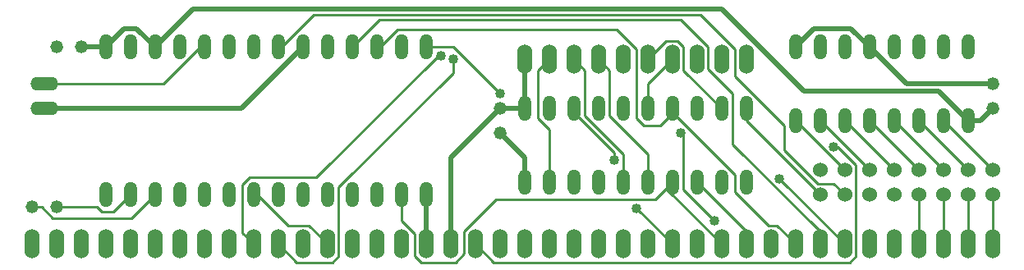
<source format=gbr>
%TF.GenerationSoftware,KiCad,Pcbnew,5.1.6*%
%TF.CreationDate,2020-10-23T20:35:41+02:00*%
%TF.ProjectId,RC2014 Real-Time Clock and IO,52433230-3134-4205-9265-616c2d54696d,rev?*%
%TF.SameCoordinates,Original*%
%TF.FileFunction,Copper,L1,Top*%
%TF.FilePolarity,Positive*%
%FSLAX46Y46*%
G04 Gerber Fmt 4.6, Leading zero omitted, Abs format (unit mm)*
G04 Created by KiCad (PCBNEW 5.1.6) date 2020-10-23 20:35:41*
%MOMM*%
%LPD*%
G01*
G04 APERTURE LIST*
%TA.AperFunction,ComponentPad*%
%ADD10O,1.320800X2.641600*%
%TD*%
%TA.AperFunction,ComponentPad*%
%ADD11C,1.320800*%
%TD*%
%TA.AperFunction,ComponentPad*%
%ADD12C,1.524000*%
%TD*%
%TA.AperFunction,ComponentPad*%
%ADD13O,1.524000X3.048000*%
%TD*%
%TA.AperFunction,ComponentPad*%
%ADD14O,2.844800X1.422400*%
%TD*%
%TA.AperFunction,ViaPad*%
%ADD15C,1.016000*%
%TD*%
%TA.AperFunction,Conductor*%
%ADD16C,0.508000*%
%TD*%
%TA.AperFunction,Conductor*%
%ADD17C,0.254000*%
%TD*%
G04 APERTURE END LIST*
D10*
%TO.P,IC1,16*%
%TO.N,+5V*%
X195021100Y-103728600D03*
%TO.P,IC1,15*%
%TO.N,N$22*%
X192481100Y-103728600D03*
%TO.P,IC1,14*%
%TO.N,N$23*%
X189941100Y-103728600D03*
%TO.P,IC1,13*%
%TO.N,N$24*%
X187401100Y-103728600D03*
%TO.P,IC1,12*%
%TO.N,N$25*%
X184861100Y-103728600D03*
%TO.P,IC1,11*%
%TO.N,N$26*%
X182321100Y-103728600D03*
%TO.P,IC1,10*%
%TO.N,N$27*%
X179781100Y-103728600D03*
%TO.P,IC1,9*%
%TO.N,N$28*%
X177241100Y-103728600D03*
%TO.P,IC1,5*%
%TO.N,GND*%
X184861100Y-96108600D03*
%TO.P,IC1,6*%
%TO.N,N$33*%
X182321100Y-96108600D03*
%TO.P,IC1,4*%
%TO.N,N$19*%
X187401100Y-96108600D03*
%TO.P,IC1,3*%
%TO.N,A7*%
X189941100Y-96108600D03*
%TO.P,IC1,8*%
%TO.N,GND*%
X177241100Y-96108600D03*
%TO.P,IC1,7*%
%TO.N,N$29*%
X179781100Y-96108600D03*
%TO.P,IC1,2*%
%TO.N,A6*%
X192481100Y-96108600D03*
%TO.P,IC1,1*%
%TO.N,A5*%
X195021100Y-96108600D03*
%TD*%
D11*
%TO.P,Q1,2*%
%TO.N,N$30*%
X101041100Y-112618600D03*
%TO.P,Q1,1*%
%TO.N,N$31*%
X98501100Y-112618600D03*
%TD*%
D12*
%TO.P,SV1,16*%
%TO.N,N$22*%
X197561100Y-108808600D03*
%TO.P,SV1,14*%
%TO.N,N$23*%
X195021100Y-108808600D03*
%TO.P,SV1,15*%
%TO.N,N$20*%
X197561100Y-111348600D03*
%TO.P,SV1,13*%
%TO.N,N$12*%
X195021100Y-111348600D03*
%TO.P,SV1,12*%
%TO.N,N$24*%
X192481100Y-108808600D03*
%TO.P,SV1,10*%
%TO.N,N$25*%
X189941100Y-108808600D03*
%TO.P,SV1,8*%
%TO.N,N$26*%
X187401100Y-108808600D03*
%TO.P,SV1,6*%
%TO.N,N$27*%
X184861100Y-108808600D03*
%TO.P,SV1,4*%
%TO.N,N$28*%
X182321100Y-108808600D03*
%TO.P,SV1,2*%
%TO.N,N$29*%
X179781100Y-108808600D03*
%TO.P,SV1,11*%
%TO.N,N$11*%
X192481100Y-111348600D03*
%TO.P,SV1,9*%
%TO.N,N$9*%
X189941100Y-111348600D03*
%TO.P,SV1,7*%
%TO.N,N/C*%
X187401100Y-111348600D03*
%TO.P,SV1,5*%
X184861100Y-111348600D03*
%TO.P,SV1,3*%
%TO.N,N$21*%
X182321100Y-111348600D03*
%TO.P,SV1,1*%
%TO.N,N$32*%
X179781100Y-111348600D03*
%TD*%
D10*
%TO.P,IC3,28*%
%TO.N,+5V*%
X106121100Y-96108600D03*
%TO.P,IC3,27*%
%TO.N,N$17*%
X108661100Y-96108600D03*
%TO.P,IC3,26*%
%TO.N,+5V*%
X111201100Y-96108600D03*
%TO.P,IC3,25*%
%TO.N,N/C*%
X113741100Y-96108600D03*
%TO.P,IC3,24*%
%TO.N,N$10*%
X116281100Y-96108600D03*
%TO.P,IC3,23*%
%TO.N,N/C*%
X118821100Y-96108600D03*
%TO.P,IC3,22*%
%TO.N,N$18*%
X121361100Y-96108600D03*
%TO.P,IC3,21*%
%TO.N,N$21*%
X123901100Y-96108600D03*
%TO.P,IC3,20*%
%TO.N,GND*%
X126441100Y-96108600D03*
%TO.P,IC3,19*%
%TO.N,D7*%
X128981100Y-96108600D03*
%TO.P,IC3,18*%
%TO.N,D6*%
X131521100Y-96108600D03*
%TO.P,IC3,17*%
%TO.N,D5*%
X134061100Y-96108600D03*
%TO.P,IC3,16*%
%TO.N,D4*%
X136601100Y-96108600D03*
%TO.P,IC3,15*%
%TO.N,D3*%
X139141100Y-96108600D03*
%TO.P,IC3,14*%
%TO.N,GND*%
X139141100Y-111348600D03*
%TO.P,IC3,13*%
%TO.N,D2*%
X136601100Y-111348600D03*
%TO.P,IC3,12*%
%TO.N,D1*%
X134061100Y-111348600D03*
%TO.P,IC3,11*%
%TO.N,D0*%
X131521100Y-111348600D03*
%TO.P,IC3,10*%
%TO.N,N$13*%
X128981100Y-111348600D03*
%TO.P,IC3,9*%
%TO.N,N$14*%
X126441100Y-111348600D03*
%TO.P,IC3,8*%
%TO.N,N$15*%
X123901100Y-111348600D03*
%TO.P,IC3,7*%
%TO.N,N$16*%
X121361100Y-111348600D03*
%TO.P,IC3,6*%
%TO.N,N/C*%
X118821100Y-111348600D03*
%TO.P,IC3,5*%
X116281100Y-111348600D03*
%TO.P,IC3,4*%
X113741100Y-111348600D03*
%TO.P,IC3,3*%
%TO.N,N$31*%
X111201100Y-111348600D03*
%TO.P,IC3,2*%
%TO.N,N$30*%
X108661100Y-111348600D03*
%TO.P,IC3,1*%
%TO.N,N/C*%
X106121100Y-111348600D03*
%TD*%
D13*
%TO.P,CON1,21*%
%TO.N,N/C*%
X149301100Y-116428600D03*
%TO.P,CON1,22*%
X151841100Y-116428600D03*
%TO.P,CON1,23*%
X154381100Y-116428600D03*
%TO.P,CON1,24*%
%TO.N,N$17*%
X156921100Y-116428600D03*
%TO.P,CON1,25*%
%TO.N,N$18*%
X159461100Y-116428600D03*
%TO.P,CON1,26*%
%TO.N,N$19*%
X162001100Y-116428600D03*
%TO.P,CON1,27*%
%TO.N,D0*%
X164541100Y-116428600D03*
%TO.P,CON1,28*%
%TO.N,D1*%
X167081100Y-116428600D03*
%TO.P,CON1,29*%
%TO.N,D2*%
X169621100Y-116428600D03*
%TO.P,CON1,30*%
%TO.N,D3*%
X172161100Y-116428600D03*
%TO.P,CON1,31*%
%TO.N,D4*%
X174701100Y-116428600D03*
%TO.P,CON1,32*%
%TO.N,D5*%
X177241100Y-116428600D03*
%TO.P,CON1,33*%
%TO.N,D6*%
X179781100Y-116428600D03*
%TO.P,CON1,34*%
%TO.N,D7*%
X182321100Y-116428600D03*
%TO.P,CON1,35*%
%TO.N,N/C*%
X184861100Y-116428600D03*
%TO.P,CON1,36*%
X187401100Y-116428600D03*
%TO.P,CON1,37*%
%TO.N,N$9*%
X189941100Y-116428600D03*
%TO.P,CON1,38*%
%TO.N,N$11*%
X192481100Y-116428600D03*
%TO.P,CON1,39*%
%TO.N,N$12*%
X195021100Y-116428600D03*
%TO.P,CON1,40*%
%TO.N,N$20*%
X197561100Y-116428600D03*
%TO.P,CON1,3*%
%TO.N,N/C*%
X103581100Y-116428600D03*
%TO.P,CON1,1*%
X98501100Y-116428600D03*
%TO.P,CON1,2*%
X101041100Y-116428600D03*
%TO.P,CON1,4*%
X106121100Y-116428600D03*
%TO.P,CON1,5*%
X108661100Y-116428600D03*
%TO.P,CON1,6*%
X111201100Y-116428600D03*
%TO.P,CON1,7*%
X113741100Y-116428600D03*
%TO.P,CON1,8*%
X116281100Y-116428600D03*
%TO.P,CON1,9*%
%TO.N,A7*%
X118821100Y-116428600D03*
%TO.P,CON1,10*%
%TO.N,A6*%
X121361100Y-116428600D03*
%TO.P,CON1,11*%
%TO.N,A5*%
X123901100Y-116428600D03*
%TO.P,CON1,12*%
%TO.N,N/C*%
X126441100Y-116428600D03*
%TO.P,CON1,13*%
%TO.N,N$16*%
X128981100Y-116428600D03*
%TO.P,CON1,14*%
%TO.N,N$15*%
X131521100Y-116428600D03*
%TO.P,CON1,15*%
%TO.N,N$14*%
X134061100Y-116428600D03*
%TO.P,CON1,16*%
%TO.N,N$13*%
X136601100Y-116428600D03*
%TO.P,CON1,17*%
%TO.N,GND*%
X139141100Y-116428600D03*
%TO.P,CON1,18*%
%TO.N,+5V*%
X141681100Y-116428600D03*
%TO.P,CON1,19*%
%TO.N,N$33*%
X144221100Y-116428600D03*
%TO.P,CON1,20*%
%TO.N,N/C*%
X146761100Y-116428600D03*
%TD*%
D10*
%TO.P,IC2,20*%
%TO.N,+5V*%
X149301100Y-102458600D03*
%TO.P,IC2,19*%
%TO.N,N$8*%
X151841100Y-102458600D03*
%TO.P,IC2,18*%
%TO.N,D7*%
X154381100Y-102458600D03*
%TO.P,IC2,17*%
%TO.N,D6*%
X156921100Y-102458600D03*
%TO.P,IC2,16*%
%TO.N,N$7*%
X159461100Y-102458600D03*
%TO.P,IC2,15*%
%TO.N,N$6*%
X162001100Y-102458600D03*
%TO.P,IC2,14*%
%TO.N,D5*%
X164541100Y-102458600D03*
%TO.P,IC2,13*%
%TO.N,D4*%
X167081100Y-102458600D03*
%TO.P,IC2,12*%
%TO.N,N$5*%
X169621100Y-102458600D03*
%TO.P,IC2,11*%
%TO.N,N$32*%
X172161100Y-102458600D03*
%TO.P,IC2,10*%
%TO.N,GND*%
X172161100Y-110078600D03*
%TO.P,IC2,9*%
%TO.N,N$4*%
X169621100Y-110078600D03*
%TO.P,IC2,5*%
%TO.N,N$2*%
X159461100Y-110078600D03*
%TO.P,IC2,6*%
%TO.N,N$3*%
X162001100Y-110078600D03*
%TO.P,IC2,4*%
%TO.N,D1*%
X156921100Y-110078600D03*
%TO.P,IC2,3*%
%TO.N,D0*%
X154381100Y-110078600D03*
%TO.P,IC2,8*%
%TO.N,D3*%
X167081100Y-110078600D03*
%TO.P,IC2,7*%
%TO.N,D2*%
X164541100Y-110078600D03*
%TO.P,IC2,2*%
%TO.N,N$1*%
X151841100Y-110078600D03*
%TO.P,IC2,1*%
%TO.N,GND*%
X149301100Y-110078600D03*
%TD*%
D14*
%TO.P,JP1,2*%
%TO.N,GND*%
X99771100Y-102458600D03*
%TO.P,JP1,1*%
%TO.N,N$10*%
X99771100Y-99918600D03*
%TD*%
D13*
%TO.P,SV2,10*%
%TO.N,GND*%
X172161100Y-97378600D03*
%TO.P,SV2,9*%
%TO.N,N$8*%
X169621100Y-97378600D03*
%TO.P,SV2,8*%
%TO.N,N$7*%
X167081100Y-97378600D03*
%TO.P,SV2,7*%
%TO.N,N$6*%
X164541100Y-97378600D03*
%TO.P,SV2,6*%
%TO.N,N$5*%
X162001100Y-97378600D03*
%TO.P,SV2,5*%
%TO.N,N$4*%
X159461100Y-97378600D03*
%TO.P,SV2,4*%
%TO.N,N$3*%
X156921100Y-97378600D03*
%TO.P,SV2,3*%
%TO.N,N$2*%
X154381100Y-97378600D03*
%TO.P,SV2,2*%
%TO.N,N$1*%
X151841100Y-97378600D03*
%TO.P,SV2,1*%
%TO.N,+5V*%
X149301100Y-97378600D03*
%TD*%
D11*
%TO.P,C1,2*%
%TO.N,GND*%
X101041100Y-96108600D03*
%TO.P,C1,1*%
%TO.N,+5V*%
X103581100Y-96108600D03*
%TD*%
%TO.P,C2,2*%
%TO.N,GND*%
X146761100Y-104998600D03*
%TO.P,C2,1*%
%TO.N,+5V*%
X146761100Y-102458600D03*
%TD*%
%TO.P,C3,2*%
%TO.N,GND*%
X197561100Y-99918600D03*
%TO.P,C3,1*%
%TO.N,+5V*%
X197561100Y-102458600D03*
%TD*%
D15*
%TO.N,A6*%
X140665100Y-96997600D03*
%TO.N,A5*%
X141935100Y-97378600D03*
%TO.N,N$33*%
X181178100Y-106395600D03*
%TO.N,D0*%
X160858100Y-112745600D03*
%TO.N,D3*%
X146761100Y-100934600D03*
%TO.N,D4*%
X168859100Y-114015600D03*
X165430100Y-104998600D03*
%TO.N,D7*%
X175590100Y-109697600D03*
X158572100Y-107792600D03*
%TD*%
D16*
%TO.N,GND*%
X182956100Y-94203600D02*
X184861100Y-96108600D01*
X179146100Y-94203600D02*
X182956100Y-94203600D01*
X177241100Y-96108600D02*
X179146100Y-94203600D01*
X188671100Y-99918600D02*
X197561100Y-99918600D01*
X184861100Y-96108600D02*
X188671100Y-99918600D01*
X139141100Y-116428600D02*
X139141100Y-111348600D01*
X149301100Y-107538600D02*
X149301100Y-110078600D01*
X146761100Y-104998600D02*
X149301100Y-107538600D01*
X120091100Y-102458600D02*
X99771100Y-102458600D01*
X126441100Y-96108600D02*
X120091100Y-102458600D01*
D17*
%TO.N,N$16*%
X121742100Y-111348600D02*
X121361100Y-111348600D01*
X124917100Y-114523600D02*
X121742100Y-111348600D01*
X127076100Y-114523600D02*
X124917100Y-114523600D01*
X128981100Y-116428600D02*
X127076100Y-114523600D01*
%TO.N,A6*%
X140411100Y-96997600D02*
X140665100Y-96997600D01*
X127838100Y-109570600D02*
X140411100Y-96997600D01*
X120980100Y-109570600D02*
X127838100Y-109570600D01*
X120218100Y-110332600D02*
X120980100Y-109570600D01*
X120218100Y-115285600D02*
X120218100Y-110332600D01*
X121361100Y-116428600D02*
X120218100Y-115285600D01*
%TO.N,A5*%
X141935100Y-98775600D02*
X141935100Y-97378600D01*
X130124100Y-110586600D02*
X141935100Y-98775600D01*
X130124100Y-117698600D02*
X130124100Y-110586600D01*
X129489100Y-118333600D02*
X130124100Y-117698600D01*
X125806100Y-118333600D02*
X129489100Y-118333600D01*
X123901100Y-116428600D02*
X125806100Y-118333600D01*
%TO.N,N$22*%
X197561100Y-108808600D02*
X192481100Y-103728600D01*
%TO.N,N$23*%
X195021100Y-108808600D02*
X189941100Y-103728600D01*
%TO.N,N$24*%
X192481100Y-108808600D02*
X187401100Y-103728600D01*
%TO.N,N$25*%
X189941100Y-108808600D02*
X184861100Y-103728600D01*
%TO.N,N$26*%
X187401100Y-108808600D02*
X182321100Y-103728600D01*
%TO.N,N$27*%
X184861100Y-108808600D02*
X179781100Y-103728600D01*
%TO.N,N$28*%
X182321100Y-108808600D02*
X177241100Y-103728600D01*
%TO.N,N$30*%
X105232100Y-112618600D02*
X101041100Y-112618600D01*
X105740100Y-113126600D02*
X105232100Y-112618600D01*
X106883100Y-113126600D02*
X105740100Y-113126600D01*
X108661100Y-111348600D02*
X106883100Y-113126600D01*
%TO.N,N$31*%
X99517100Y-112618600D02*
X98501100Y-112618600D01*
X100660100Y-113761600D02*
X99517100Y-112618600D01*
X108788100Y-113761600D02*
X100660100Y-113761600D01*
X111201100Y-111348600D02*
X108788100Y-113761600D01*
D16*
%TO.N,+5V*%
X149301100Y-102458600D02*
X146761100Y-102458600D01*
X141681100Y-107538600D02*
X141681100Y-116428600D01*
X146761100Y-102458600D02*
X141681100Y-107538600D01*
X149301100Y-102458600D02*
X149301100Y-97378600D01*
X196291100Y-103728600D02*
X195021100Y-103728600D01*
X197561100Y-102458600D02*
X196291100Y-103728600D01*
X106121100Y-96108600D02*
X103581100Y-96108600D01*
X109296100Y-94203600D02*
X111201100Y-96108600D01*
X108026100Y-94203600D02*
X109296100Y-94203600D01*
X106121100Y-96108600D02*
X108026100Y-94203600D01*
X191973100Y-100680600D02*
X195021100Y-103728600D01*
X178130100Y-100680600D02*
X191973100Y-100680600D01*
X169621100Y-92171600D02*
X178130100Y-100680600D01*
X115138100Y-92171600D02*
X169621100Y-92171600D01*
X111201100Y-96108600D02*
X115138100Y-92171600D01*
D17*
%TO.N,N$33*%
X181559100Y-106395600D02*
X181178100Y-106395600D01*
X183464100Y-108300600D02*
X181559100Y-106395600D01*
X183464100Y-117698600D02*
X183464100Y-108300600D01*
X182829100Y-118333600D02*
X183464100Y-117698600D01*
X146126100Y-118333600D02*
X182829100Y-118333600D01*
X144221100Y-116428600D02*
X146126100Y-118333600D01*
%TO.N,N$10*%
X115900100Y-96108600D02*
X116281100Y-96108600D01*
X112090100Y-99918600D02*
X115900100Y-96108600D01*
X99771100Y-99918600D02*
X112090100Y-99918600D01*
%TO.N,D0*%
X160858100Y-112745600D02*
X164541100Y-116428600D01*
%TO.N,D2*%
X136601100Y-114015600D02*
X136601100Y-111348600D01*
X137998100Y-115412600D02*
X136601100Y-114015600D01*
X137998100Y-117698600D02*
X137998100Y-115412600D01*
X138633100Y-118333600D02*
X137998100Y-117698600D01*
X142189100Y-118333600D02*
X138633100Y-118333600D01*
X143078100Y-117444600D02*
X142189100Y-118333600D01*
X143078100Y-115158600D02*
X143078100Y-117444600D01*
X146380100Y-111856600D02*
X143078100Y-115158600D01*
X162763100Y-111856600D02*
X146380100Y-111856600D01*
X163906100Y-110713600D02*
X162763100Y-111856600D01*
X163906100Y-110713600D02*
X169621100Y-116428600D01*
X163906100Y-110713600D02*
X164541100Y-110078600D01*
%TO.N,D3*%
X141935100Y-96108600D02*
X139141100Y-96108600D01*
X146761100Y-100934600D02*
X141935100Y-96108600D01*
X172161100Y-115158600D02*
X172161100Y-116428600D01*
X167081100Y-110078600D02*
X172161100Y-115158600D01*
%TO.N,D4*%
X165684100Y-110840600D02*
X168859100Y-114015600D01*
X165684100Y-105252600D02*
X165684100Y-110840600D01*
X165430100Y-104998600D02*
X165684100Y-105252600D01*
%TO.N,D5*%
X164541100Y-102839600D02*
X164541100Y-102458600D01*
X171018100Y-109316600D02*
X164541100Y-102839600D01*
X171018100Y-111094600D02*
X171018100Y-109316600D01*
X174447100Y-114523600D02*
X171018100Y-111094600D01*
X175336100Y-114523600D02*
X174447100Y-114523600D01*
X177241100Y-116428600D02*
X175336100Y-114523600D01*
X134442100Y-96108600D02*
X134061100Y-96108600D01*
X136220100Y-94330600D02*
X134442100Y-96108600D01*
X158826100Y-94330600D02*
X136220100Y-94330600D01*
X160858100Y-96362600D02*
X158826100Y-94330600D01*
X160858100Y-103474600D02*
X160858100Y-96362600D01*
X161620100Y-104236600D02*
X160858100Y-103474600D01*
X163271100Y-104236600D02*
X161620100Y-104236600D01*
X164541100Y-102966600D02*
X163271100Y-104236600D01*
X164541100Y-102966600D02*
X164541100Y-102458600D01*
%TO.N,D6*%
X179781100Y-115158600D02*
X179781100Y-116428600D01*
X170764100Y-106141600D02*
X179781100Y-115158600D01*
X170764100Y-100934600D02*
X170764100Y-106141600D01*
X168224100Y-98394600D02*
X170764100Y-100934600D01*
X168224100Y-96108600D02*
X168224100Y-98394600D01*
X165430100Y-93314600D02*
X168224100Y-96108600D01*
X134315100Y-93314600D02*
X165430100Y-93314600D01*
X131521100Y-96108600D02*
X134315100Y-93314600D01*
%TO.N,D7*%
X175590100Y-109697600D02*
X182321100Y-116428600D01*
X158572100Y-107030600D02*
X158572100Y-107792600D01*
X154381100Y-102839600D02*
X158572100Y-107030600D01*
X154381100Y-102458600D02*
X154381100Y-102839600D01*
%TO.N,N$1*%
X151841100Y-104617600D02*
X151841100Y-110078600D01*
X150698100Y-103474600D02*
X151841100Y-104617600D01*
X150698100Y-98521600D02*
X150698100Y-103474600D01*
X151841100Y-97378600D02*
X150698100Y-98521600D01*
%TO.N,N$2*%
X159461100Y-107157600D02*
X159461100Y-110078600D01*
X155524100Y-103220600D02*
X159461100Y-107157600D01*
X155524100Y-98521600D02*
X155524100Y-103220600D01*
X154381100Y-97378600D02*
X155524100Y-98521600D01*
%TO.N,N$3*%
X162001100Y-107157600D02*
X162001100Y-110078600D01*
X158064100Y-103220600D02*
X162001100Y-107157600D01*
X158064100Y-98521600D02*
X158064100Y-103220600D01*
X156921100Y-97378600D02*
X158064100Y-98521600D01*
%TO.N,N$5*%
X165684100Y-98521600D02*
X169621100Y-102458600D01*
X165684100Y-96108600D02*
X165684100Y-98521600D01*
X165049100Y-95473600D02*
X165684100Y-96108600D01*
X163906100Y-95473600D02*
X165049100Y-95473600D01*
X162001100Y-97378600D02*
X163906100Y-95473600D01*
%TO.N,N$6*%
X162001100Y-99918600D02*
X162001100Y-102458600D01*
X164541100Y-97378600D02*
X162001100Y-99918600D01*
%TO.N,N$9*%
X189941100Y-111348600D02*
X189941100Y-116428600D01*
%TO.N,N$11*%
X192481100Y-111348600D02*
X192481100Y-116428600D01*
%TO.N,N$12*%
X195021100Y-111348600D02*
X195021100Y-116428600D01*
%TO.N,N$20*%
X197561100Y-111348600D02*
X197561100Y-116428600D01*
%TO.N,N$21*%
X124282100Y-96108600D02*
X123901100Y-96108600D01*
X127584100Y-92806600D02*
X124282100Y-96108600D01*
X167462100Y-92806600D02*
X127584100Y-92806600D01*
X171018100Y-96362600D02*
X167462100Y-92806600D01*
X171018100Y-99156600D02*
X171018100Y-96362600D01*
X176098100Y-104236600D02*
X171018100Y-99156600D01*
X176098100Y-106776600D02*
X176098100Y-104236600D01*
X179527100Y-110205600D02*
X176098100Y-106776600D01*
X181178100Y-110205600D02*
X179527100Y-110205600D01*
X182321100Y-111348600D02*
X181178100Y-110205600D01*
%TO.N,N$32*%
X172161100Y-103728600D02*
X172161100Y-102458600D01*
X179781100Y-111348600D02*
X172161100Y-103728600D01*
%TD*%
M02*

</source>
